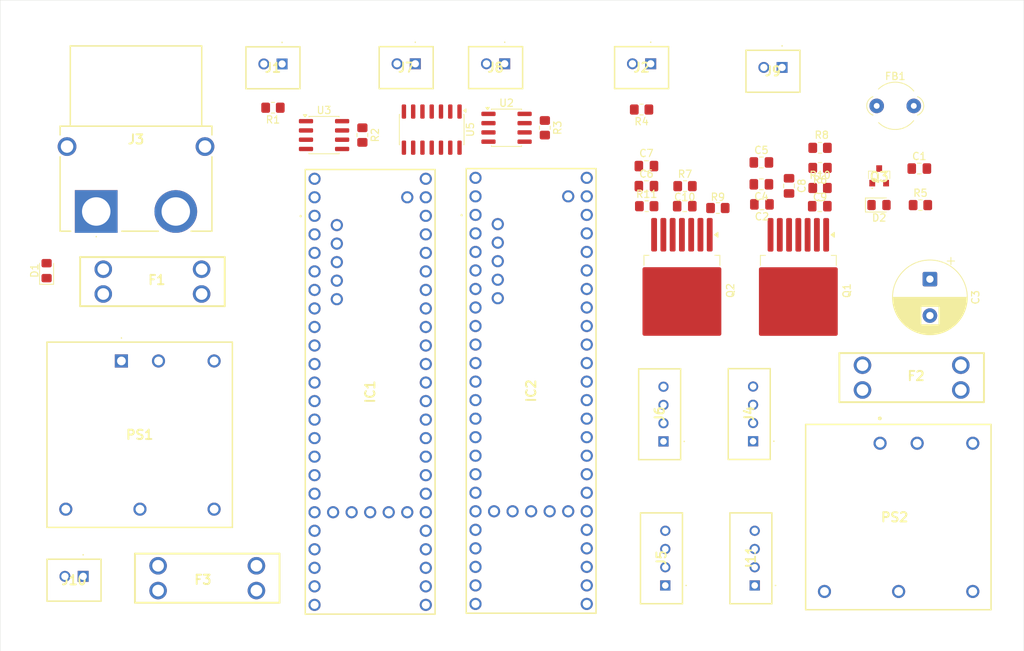
<source format=kicad_pcb>
(kicad_pcb (version 20241229) (generator "pcbnew") (generator_version "9.0")
  (layers (0 "F.Cu" mixed) (2 "B.Cu" mixed) (13 "F.Paste" user) (15 "B.Paste" user) (5 "F.SilkS" user "F.Silkscreen") (7 "B.SilkS" user "B.Silkscreen") (1 "F.Mask" user) (3 "B.Mask" user) (25 "Edge.Cuts" user))
  (net 0 "")
  (net 1 "GND")
  (net 2 "+12V")
  (net 3 "Net-(C2-Pad1)")
  (net 4 "/BTN8982 Motor Driver/M+")
  (net 5 "/BTN8982 Motor Driver/M-")
  (net 6 "Net-(Q1-SR)")
  (net 7 "Net-(Q2-SR)")
  (net 8 "/48V")
  (net 9 "Net-(D2-A)")
  (net 10 "Net-(D2-K)")
  (net 11 "Net-(J3-+)")
  (net 12 "Net-(PS2-+VOUT)")
  (net 13 "/5V")
  (net 14 "/12V")
  (net 15 "Net-(PS1-+VOUT)")
  (net 17 "/PUL+")
  (net 18 "/3.3V_1")
  (net 22 "/CRX1_1")
  (net 26 "/DIR+")
  (net 29 "/Enc3.3")
  (net 49 "/LSwitch")
  (net 61 "/CTX1_1")
  (net 68 "/RSwitch")
  (net 83 "/{slash}BRAKE_DIR")
  (net 93 "/BRAKE_DIR")
  (net 100 "/CRX1_2")
  (net 105 "/BrakeEnc")
  (net 106 "/BRAKE_PWM")
  (net 107 "/CTX1_2")
  (net 118 "/3.3V_2")
  (net 130 "/CANL")
  (net 131 "/CANH")
  (net 134 "/Enc5")
  (net 140 "Net-(Q1-IN)")
  (net 141 "Net-(Q1-INH)")
  (net 144 "Net-(Q2-INH)")
  (net 145 "Net-(Q2-IN)")
  (net 146 "Net-(U3-Rs)")
  (net 147 "Net-(U2-Rs)")
  (net 149 "/3.3V")
  (footprint "Capacitor_THT:CP_Radial_D10.0mm_P5.00mm" (layer "F.Cu") (at 213.75 77 -90)
    (property "Reference" "C3" (at 2.5 -6.25 90) (layer "F.SilkS"))
    (property "Value" "470u")
    (pad "1" thru_hole roundrect (at 0 0 270) (size 2 2) (drill 1) (layers "*.Cu" "*.Mask") (roundrect_rratio 0.125) (net 3 "Net-(C2-Pad1)"))
    (pad "2" thru_hole circle (at 5 0 270) (size 2 2) (drill 1) (layers "*.Cu" "*.Mask") (net 1 "GND"))
  )
  (footprint "Capacitor_SMD:C_0805_2012Metric_Pad1.18x1.45mm_HandSolder" (layer "F.Cu") (at 190.7375 66.75 180)
    (property "Reference" "C2" (at 0 -1.68 0) (layer "F.SilkS"))
    (property "Value" "100n")
    (pad "1" smd roundrect (at -1.0375 0 180) (size 1.175 1.45) (layers "F.Cu" "F.Mask" "F.Paste") (roundrect_rratio 0.212766) (net 3 "Net-(C2-Pad1)"))
    (pad "2" smd roundrect (at 1.0375 0 180) (size 1.175 1.45) (layers "F.Cu" "F.Mask" "F.Paste") (roundrect_rratio 0.212766) (net 1 "GND"))
  )
  (footprint "SamacSys_Parts:B2BXHA" (layer "F.Cu") (at 175.5 47.475 180)
    (property "Reference" "J2" (at 1.25 -0.525 0) (layer "F.SilkS") (effects (font (size 1.27 1.27) (thickness 0.254))))
    (property "Value" "B2B-XH-A" (hide yes))
    (pad "1" thru_hole rect (at 0 0 180) (size 1.5 1.5) (drill 1) (layers "*.Cu" "*.Mask") (net 131 "/CANH"))
    (pad "2" thru_hole circle (at 2.5 0 180) (size 1.5 1.5) (drill 1) (layers "*.Cu" "*.Mask") (net 130 "/CANL"))
  )
  (footprint "SamacSys_Parts:B2BXHA" (layer "F.Cu") (at 155.5 47.475 180)
    (property "Reference" "J8" (at 1.25 -0.525 0) (layer "F.SilkS") (effects (font (size 1.27 1.27) (thickness 0.254))))
    (property "Value" "B2B-XH-A" (hide yes))
    (pad "1" thru_hole rect (at 0 0 180) (size 1.5 1.5) (drill 1) (layers "*.Cu" "*.Mask") (net 68 "/RSwitch"))
    (pad "2" thru_hole circle (at 2.5 0 180) (size 1.5 1.5) (drill 1) (layers "*.Cu" "*.Mask") (net 1 "GND"))
  )
  (footprint "Capacitor_SMD:C_0805_2012Metric_Pad1.18x1.45mm_HandSolder" (layer "F.Cu") (at 190.6625 64 180)
    (property "Reference" "C4" (at 0 -1.68 0) (layer "F.SilkS"))
    (property "Value" "220n")
    (pad "1" smd roundrect (at -1.0375 0 180) (size 1.175 1.45) (layers "F.Cu" "F.Mask" "F.Paste") (roundrect_rratio 0.212766) (net 3 "Net-(C2-Pad1)"))
    (pad "2" smd roundrect (at 1.0375 0 180) (size 1.175 1.45) (layers "F.Cu" "F.Mask" "F.Paste") (roundrect_rratio 0.212766) (net 4 "/BTN8982 Motor Driver/M+"))
  )
  (footprint "Resistor_SMD:R_0805_2012Metric_Pad1.20x1.40mm_HandSolder" (layer "F.Cu") (at 184.7 67.25 180)
    (property "Reference" "R9" (at 0 1.5 0) (layer "F.SilkS"))
    (property "Value" "10k")
    (pad "1" smd roundrect (at -1 0 180) (size 1.2 1.4) (layers "F.Cu" "F.Mask" "F.Paste") (roundrect_rratio 0.208333) (net 145 "Net-(Q2-IN)"))
    (pad "2" smd roundrect (at 1 0 180) (size 1.2 1.4) (layers "F.Cu" "F.Mask" "F.Paste") (roundrect_rratio 0.208333) (net 83 "/{slash}BRAKE_DIR"))
  )
  (footprint "SamacSys_Parts:B2BXHA" (layer "F.Cu") (at 97.75 117.75 180)
    (property "Reference" "J10" (at 1.25 -0.525 0) (layer "F.SilkS") (effects (font (size 1.27 1.27) (thickness 0.254))))
    (property "Value" "B2B-XH-A" (hide yes))
    (pad "1" thru_hole rect (at 0 0 180) (size 1.5 1.5) (drill 1) (layers "*.Cu" "*.Mask") (net 1 "GND"))
    (pad "2" thru_hole circle (at 2.5 0 180) (size 1.5 1.5) (drill 1) (layers "*.Cu" "*.Mask") (net 1 "GND"))
  )
  (footprint "SamacSys_Parts:B4BXHA" (layer "F.Cu") (at 177.25 99.25 90)
    (property "Reference" "J6" (at 3.725 -0.525 90) (layer "F.SilkS") (effects (font (size 1.27 1.27) (thickness 0.254))))
    (property "Value" "B4B-XH-A" (hide yes))
    (pad "1" thru_hole rect (at 0 0 90) (size 1.4 1.4) (drill 0.9) (layers "*.Cu" "*.Mask") (net 13 "/5V"))
    (pad "2" thru_hole circle (at 2.5 0 90) (size 1.4 1.4) (drill 0.9) (layers "*.Cu" "*.Mask") (net 131 "/CANH"))
    (pad "3" thru_hole circle (at 5 0 90) (size 1.4 1.4) (drill 0.9) (layers "*.Cu" "*.Mask") (net 130 "/CANL"))
    (pad "4" thru_hole circle (at 7.5 0 90) (size 1.4 1.4) (drill 0.9) (layers "*.Cu" "*.Mask") (net 1 "GND"))
  )
  (footprint "Capacitor_SMD:C_0805_2012Metric_Pad1.18x1.45mm_HandSolder" (layer "F.Cu") (at 174.9125 61.5 180)
    (property "Reference" "C7" (at 0 1.75 0) (layer "F.SilkS"))
    (property "Value" "220n")
    (pad "1" smd roundrect (at -1.0375 0 180) (size 1.175 1.45) (layers "F.Cu" "F.Mask" "F.Paste") (roundrect_rratio 0.212766) (net 5 "/BTN8982 Motor Driver/M-"))
    (pad "2" smd roundrect (at 1.0375 0 180) (size 1.175 1.45) (layers "F.Cu" "F.Mask" "F.Paste") (roundrect_rratio 0.212766) (net 1 "GND"))
  )
  (footprint "SamacSys_Parts:B2BXHA" (layer "F.Cu") (at 143.25 47.475 180)
    (property "Reference" "J7" (at 1.25 -0.525 0) (layer "F.SilkS") (effects (font (size 1.27 1.27) (thickness 0.254))))
    (property "Value" "B2B-XH-A" (hide yes))
    (pad "1" thru_hole rect (at 0 0 180) (size 1.5 1.5) (drill 1) (layers "*.Cu" "*.Mask") (net 49 "/LSwitch"))
    (pad "2" thru_hole circle (at 2.5 0 180) (size 1.5 1.5) (drill 1) (layers "*.Cu" "*.Mask") (net 1 "GND"))
  )
  (footprint "Resistor_SMD:R_0805_2012Metric_Pad1.20x1.40mm_HandSolder" (layer "F.Cu") (at 212.45 66.85)
    (property "Reference" "R5" (at 0 -1.65 0) (layer "F.SilkS"))
    (property "Value" "10k")
    (pad "1" smd roundrect (at -1 0) (size 1.2 1.4) (layers "F.Cu" "F.Mask" "F.Paste") (roundrect_rratio 0.208333) (net 9 "Net-(D2-A)"))
    (pad "2" smd roundrect (at 1 0) (size 1.2 1.4) (layers "F.Cu" "F.Mask" "F.Paste") (roundrect_rratio 0.208333) (net 1 "GND"))
  )
  (footprint "SamacSys_Parts:B4BXHA" (layer "F.Cu") (at 189.525 99.225 90)
    (property "Reference" "J4" (at 3.725 -0.525 90) (layer "F.SilkS") (effects (font (size 1.27 1.27) (thickness 0.254))))
    (property "Value" "B4B-XH-A" (hide yes))
    (pad "1" thru_hole rect (at 0 0 90) (size 1.4 1.4) (drill 0.9) (layers "*.Cu" "*.Mask") (net 13 "/5V"))
    (pad "2" thru_hole circle (at 2.5 0 90) (size 1.4 1.4) (drill 0.9) (layers "*.Cu" "*.Mask") (net 134 "/Enc5"))
    (pad "3" thru_hole circle (at 5 0 90) (size 1.4 1.4) (drill 0.9) (layers "*.Cu" "*.Mask"))
    (pad "4" thru_hole circle (at 7.5 0 90) (size 1.4 1.4) (drill 0.9) (layers "*.Cu" "*.Mask") (net 1 "GND"))
  )
  (footprint "SamacSys_Parts:THL304812WI" (layer "F.Cu") (at 102.99 88.22 180)
    (property "Reference" "PS1" (at -2.5 -10.12 0) (layer "F.SilkS") (effects (font (size 1.27 1.27) (thickness 0.254))))
    (property "Value" "THL_30-4812WI" (hide yes))
    (pad "1" thru_hole rect (at 0 0 180) (size 1.8 1.8) (drill 1.2) (layers "*.Cu" "*.Mask") (net 8 "/48V"))
    (pad "2" thru_hole circle (at -5.08 0 180) (size 1.8 1.8) (drill 1.2) (layers "*.Cu" "*.Mask") (net 1 "GND"))
    (pad "3" thru_hole circle (at 7.62 -20.32 180) (size 1.8 1.8) (drill 1.2) (layers "*.Cu" "*.Mask") (net 15 "Net-(PS1-+VOUT)"))
    (pad "4" thru_hole circle (at -2.54 -20.32 180) (size 1.8 1.8) (drill 1.2) (layers "*.Cu" "*.Mask"))
    (pad "5" thru_hole circle (at -12.7 -20.32 180) (size 1.8 1.8) (drill 1.2) (layers "*.Cu" "*.Mask") (net 1 "GND"))
    (pad "6" thru_hole circle (at -12.7 0 180) (size 1.8 1.8) (drill 1.2) (layers "*.Cu" "*.Mask"))
  )
  (footprint "SamacSys_Parts:3557-2" (layer "F.Cu") (at 107.24 77.34 180)
    (property "Reference" "F1" (at -0.597 0.218 0) (layer "F.SilkS") (effects (font (size 1.27 1.27) (thickness 0.254))))
    (property "Value" "Fuse" (hide yes))
    (pad "1" thru_hole circle (at -6.735 -1.7 180) (size 2.4 2.4) (drill 1.6) (layers "*.Cu" "*.Mask") (net 11 "Net-(J3-+)"))
    (pad "2" thru_hole circle (at 6.735 -1.7 180) (size 2.4 2.4) (drill 1.6) (layers "*.Cu" "*.Mask") (net 8 "/48V"))
    (pad "3" thru_hole circle (at -6.735 1.7 180) (size 2.4 2.4) (drill 1.6) (layers "*.Cu" "*.Mask"))
    (pad "4" thru_hole circle (at 6.735 1.7 180) (size 2.4 2.4) (drill 1.6) (layers "*.Cu" "*.Mask"))
  )
  (footprint "SamacSys_Parts:3557-2" (layer "F.Cu") (at 114.75 118)
    (property "Reference" "F3" (at -0.597 0.218 0) (layer "F.SilkS") (effects (font (size 1.27 1.27) (thickness 0.254))))
    (property "Value" "Fuse" (hide yes))
    (pad "1" thru_hole circle (at -6.735 -1.7) (size 2.4 2.4) (drill 1.6) (layers "*.Cu" "*.Mask") (net 15 "Net-(PS1-+VOUT)"))
    (pad "2" thru_hole circle (at 6.735 -1.7) (size 2.4 2.4) (drill 1.6) (layers "*.Cu" "*.Mask") (net 14 "/12V"))
    (pad "3" thru_hole circle (at -6.735 1.7) (size 2.4 2.4) (drill 1.6) (layers "*.Cu" "*.Mask"))
    (pad "4" thru_hole circle (at 6.735 1.7) (size 2.4 2.4) (drill 1.6) (layers "*.Cu" "*.Mask"))
  )
  (footprint "Resistor_SMD:R_0805_2012Metric_Pad1.20x1.40mm_HandSolder" (layer "F.Cu") (at 123.75 53.5 180)
    (property "Reference" "R1" (at 0 -1.65 0) (layer "F.SilkS"))
    (property "Value" "120")
    (pad "1" smd roundrect (at -1 0 180) (size 1.2 1.4) (layers "F.Cu" "F.Mask" "F.Paste") (roundrect_rratio 0.208333) (net 131 "/CANH"))
    (pad "2" smd roundrect (at 1 0 180) (size 1.2 1.4) (layers "F.Cu" "F.Mask" "F.Paste") (roundrect_rratio 0.208333) (net 130 "/CANL"))
  )
  (footprint "SamacSys_Parts:XT90PWF" (layer "F.Cu") (at 99.5395 67.7275 180)
    (property "Reference" "J3" (at -5.45 9.887 0) (layer "F.SilkS") (effects (font (size 1.27 1.27) (thickness 0.254))))
    (property "Value" "XT90PW-F" (hide yes))
    (pad "1" thru_hole rect (at 0 0 180) (size 5.85 5.85) (drill 3.9) (layers "*.Cu" "*.Mask") (net 11 "Net-(J3-+)"))
    (pad "2" thru_hole circle (at -10.9 0 180) (size 5.85 5.85) (drill 3.9) (layers "*.Cu" "*.Mask") (net 1 "GND"))
    (pad "3" thru_hole circle (at 4 8.9 180) (size 2.565 2.565) (drill 1.71) (layers "*.Cu" "*.Mask"))
    (pad "4" thru_hole circle (at -14.9 8.9 180) (size 2.565 2.565) (drill 1.71) (layers "*.Cu" "*.Mask"))
  )
  (footprint "SamacSys_Parts:TEENSY41" (layer "F.Cu") (at 151.5 68.19 -90)
    (property "Reference" "IC2" (at 24.13 -7.62 90) (layer "F.SilkS") (effects (font (size 1.27 1.27) (thickness 0.254))))
    (property "Value" "TEENSY_4.1" (hide yes))
    (pad "1" thru_hole circle (at 0 0 270) (size 1.665 1.665) (drill 1.11) (layers "*.Cu" "*.Mask"))
    (pad "2" thru_hole circle (at 2.54 0 270) (size 1.665 1.665) (drill 1.11) (layers "*.Cu" "*.Mask"))
    (pad "3" thru_hole circle (at 5.08 0 270) (size 1.665 1.665) (drill 1.11) (layers "*.Cu" "*.Mask"))
    (pad "4" thru_hole circle (at 7.62 0 270) (size 1.665 1.665) (drill 1.11) (layers "*.Cu" "*.Mask"))
    (pad "5" thru_hole circle (at 10.16 0 270) (size 1.665 1.665) (drill 1.11) (layers "*.Cu" "*.Mask"))
    (pad "6" thru_hole circle (at 12.7 0 270) (size 1.665 1.665) (drill 1.11) (layers "*.Cu" "*.Mask"))
    (pad "7" thru_hole circle (at 15.24 0 270) (size 1.665 1.665) (drill 1.11) (layers "*.Cu" "*.Mask"))
    (pad "8" thru_hole circle (at 17.78 0 270) (size 1.665 1.665) (drill 1.11) (layers "*.Cu" "*.Mask"))
    (pad "9" thru_hole circle (at 20.32 0 270) (size 1.665 1.665) (drill 1.11) (layers "*.Cu" "*.Mask"))
    (pad "10" thru_hole circle (at 22.86 0 270) (size 1.665 1.665) (drill 1.11) (layers "*.Cu" "*.Mask"))
    (pad "11" thru_hole circle (at 25.4 0 270) (size 1.665 1.665) (drill 1.11) (layers "*.Cu" "*.Mask"))
    (pad "12" thru_hole circle (at 27.94 0 270) (size 1.665 1.665) (drill 1.11) (layers "*.Cu" "*.Mask"))
    (pad "13" thru_hole circle (at 27.94 -15.24 270) (size 1.665 1.665) (drill 1.11) (layers "*.Cu" "*.Mask"))
    (pad "14" thru_hole circle (at 25.4 -15.24 270) (size 1.665 1.665) (drill 1.11) (layers "*.Cu" "*.Mask") (net 105 "/BrakeEnc"))
    (pad "15" thru_hole circle (at 22.86 -15.24 270) (size 1.665 1.665) (drill 1.11) (layers "*.Cu" "*.Mask"))
    (pad "16" thru_hole circle (at 20.32 -15.24 270) (size 1.665 1.665) (drill 1.11) (layers "*.Cu" "*.Mask"))
    (pad "17" thru_hole circle (at 17.78 -15.24 270) (size 1.665 1.665) (drill 1.11) (layers "*.Cu" "*.Mask"))
    (pad "18" thru_hole circle (at 15.24 -15.24 270) (size 1.665 1.665) (drill 1.11) (layers "*.Cu" "*.Mask") (net 93 "/BRAKE_DIR"))
    (pad "19" thru_hole circle (at 12.7 -15.24 270) (size 1.665 1.665) (drill 1.11) (layers "*.Cu" "*.Mask") (net 106 "/BRAKE_PWM"))
    (pad "20" thru_hole circle (at 10.16 -15.24 270) (size 1.665 1.665) (drill 1.11) (layers "*.Cu" "*.Mask") (net 83 "/{slash}BRAKE_DIR"))
    (pad "21" thru_hole circle (at 7.62 -15.24 270) (size 1.665 1.665) (drill 1.11) (layers "*.Cu" "*.Mask"))
    (pad "22" thru_hole circle (at 5.08 -15.24 270) (size 1.665 1.665) (drill 1.11) (layers "*.Cu" "*.Mask") (net 107 "/CTX1_2"))
    (pad "23" thru_hole circle (at 2.54 -15.24 270) (size 1.665 1.665) (drill 1.11) (layers "*.Cu" "*.Mask") (net 100 "/CRX1_2"))
    (pad "24" thru_hole circle (at 33.02 0 270) (size 1.665 1.665) (drill 1.11) (layers "*.Cu" "*.Mask"))
    (pad "25" thru_hole circle (at 35.56 0 270) (size 1.665 1.665) (drill 1.11) (layers "*.Cu" "*.Mask"))
    (pad "26" thru_hole circle (at 38.1 0 270) (size 1.665 1.665) (drill 1.11) (layers "*.Cu" "*.Mask"))
    (pad "27" thru_hole circle (at 40.64 0 270) (size 1.665 1.665) (drill 1.11) (layers "*.Cu" "*.Mask"))
    (pad "28" thru_hole circle (at 43.18 0 270) (size 1.665 1.665) (drill 1.11) (layers "*.Cu" "*.Mask"))
    (pad "29" thru_hole circle (at 45.72 0 270) (size 1.665 1.665) (drill 1.11) (layers "*.Cu" "*.Mask"))
    (pad "30" thru_hole circle (at 48.26 0 270) (size 1.665 1.665) (drill 1.11) (layers "*.Cu" "*.Mask"))
    (pad "31" thru_hole circle (at 50.8 0 270) (size 1.665 1.665) (drill 1.11) (layers "*.Cu" "*.Mask"))
    (pad "32" thru_hole circle (at 53.34 0 270) (size 1.665 1.665) (drill 1.11) (layers "*.Cu" "*.Mask"))
    (pad "33" thru_hole circle (at 53.34 -15.24 270) (size 1.665 1.665) (drill 1.11) (layers "*.Cu" "*.Mask"))
    (pad "34" thru_hole circle (at 50.8 -15.24 270) (size 1.665 1.665) (drill 1.11) (layers "*.Cu" "*.Mask"))
    (pad "35" thru_hole circle (at 48.26 -15.24 270) (size 1.665 1.665) (drill 1.11) (layers "*.Cu" "*.Mask"))
    (pad "36" thru_hole circle (at 45.72 -15.24 270) (size 1.665 1.665) (drill 1.11) (layers "*.Cu" "*.Mask"))
    (pad "37" thru_hole circle (at 43.18 -15.24 270) (size 1.665 1.665) (drill 1.11) (layers "*.Cu" "*.Mask"))
    (pad "38" thru_hole circle (at 40.64 -15.24 270) (size 1.665 1.665) (drill 1.11) (layers "*.Cu" "*.Mask"))
    (pad "39" thru_hole circle (at 38.1 -15.24 270) (size 1.665 1.665) (drill 1.11) (layers "*.Cu" "*.Mask"))
    (pad "40" thru_hole circle (at 35.56 -15.24 270) (size 1.665 1.665) (drill 1.11) (layers "*.Cu" "*.Mask"))
    (pad "41" thru_hole circle (at 33.02 -15.24 270) (size 1.665 1.665) (drill 1.11) (layers "*.Cu" "*.Mask"))
    (pad "42" thru_hole circle (at 30.48 0 270) (size 1.665 1.665) (drill 1.11) (layers "*.Cu" "*.Mask") (net 118 "/3.3V_2"))
    (pad "43" thru_hole circle (at 40.64 -2.54 270) (size 1.665 1.665) (drill 1.11) (layers "*.Cu" "*.Mask"))
    (pad "44" thru_hole circle (at 40.64 -5.08 270) (size 1.665 1.665) (drill 1.11) (layers "*.Cu" "*.Mask"))
    (pad "45" thru_hole circle (at 40.64 -7.62 270) (size 1.665 1.665) (drill 1.11) (layers "*.Cu" "*.Mask") (net 1 "GND"))
    (pad "46" thru_hole circle (at 40.64 -10.16 270) (size 1.665 1.665) (drill 1.11) (layers "*.Cu" "*.Mask"))
    (pad "47" thru_hole circle (at 40.64 -12.7 270) (size 1.665 1.665) (drill 1.11) (layers "*.Cu" "*.Mask"))
    (pad "48" thru_hole circle (at 11.43 -3.05 270) (size 1.665 1.665) (drill 1.11) (layers "*.Cu" "*.Mask"))
    (pad "49" thru_hole circle (at 8.89 -3.05 270) (size 1.665 1.665) (drill 1.11) (layers "*.Cu" "*.Mask"))
    (pad "50" thru_hole circle (at 6.35 -3.05 270) (size 1.665 1.665) (drill 1.11) (layers "*.Cu" "*.Mask"))
    (pad "51" thru_hole circle (at 3.81 -3.05 270) (size 1.665 1.665) (drill 1.11) (layers "*.Cu" "*.Mask"))
    (pad "52" thru_hole circle (at 1.27 -3.05 270) (size 1.665 1.665) (drill 1.11) (layers "*.Cu" "*.Mask") (net 13 "/5V"))
    (pad "53" thru_hole circle (at 0 -15.24 270) (size 1.665 1.665) (drill 1.11) (layers "*.Cu" "*.Mask"))
    (pad "55" thru_hole circle (at -5.08 -15.24 270) (size 1.665 1.665) (drill 1.11) (layers "*.Cu" "*.Mask"))
    (pad "57" thru_hole circle (at -2.54 0 270) (size 1.665 1.665) (drill 1.11) (layers "*.Cu" "*.Mask"))
    (pad "68" thru_hole circle (at -2.54 -12.7 270) (size 1.665 1.665) (drill 1.11) (layers "*.Cu" "*.Mask"))
    (pad "69" thru_hole circle (at 30.48 -15.24 270) (size 1.665 1.665) (drill 1.11) (layers "*.Cu" "*.Mask"))
    (pad "70" thru_hole circle (at -2.54 -15.24 270) (size 1.665 1.665) (drill 1.11) (layers "*.Cu" "*.Mask"))
    (pad "71" thru_hole circle (at -5.08 0 270) (size 1.665 1.665) (drill 1.11) (layers "*.Cu" "*.Mask"))
  )
  (footprint "Capacitor_SMD:C_0805_2012Metric_Pad1.18x1.45mm_HandSolder" (layer "F.Cu") (at 174.9125 64.25)
    (property "Reference" "C6" (at 0 -1.68 0) (layer "F.SilkS"))
    (property "Value" "220n")
    (pad "1" smd roundrect (at -1.0375 0) (size 1.175 1.45) (layers "F.Cu" "F.Mask" "F.Paste") (roundrect_rratio 0.212766) (net 3 "Net-(C2-Pad1)"))
    (pad "2" smd roundrect (at 1.0375 0) (size 1.175 1.45) (layers "F.Cu" "F.Mask" "F.Paste") (roundrect_rratio 0.212766) (net 5 "/BTN8982 Motor Driver/M-"))
  )
  (footprint "Diode_SMD:D_0805_2012Metric_Pad1.15x1.40mm_HandSolder" (layer "F.Cu") (at 92.74 75.84 90)
    (property "Reference" "D1" (at 0 -1.65 90) (layer "F.SilkS"))
    (property "Value" "D_TVS")
    (pad "1" smd roundrect (at -1.025 0 90) (size 1.15 1.4) (layers "F.Cu" "F.Mask" "F.Paste") (roundrect_rratio 0.217391) (net 8 "/48V"))
    (pad "2" smd roundrect (at 1.025 0 90) (size 1.15 1.4) (layers "F.Cu" "F.Mask" "F.Paste") (roundrect_rratio 0.217391) (net 1 "GND"))
  )
  (footprint "SamacSys_Parts:B2BXHA" (layer "F.Cu") (at 125 47.5 180)
    (property "Reference" "J1" (at 1.25 -0.525 0) (layer "F.SilkS") (effects (font (size 1.27 1.27) (thickness 0.254))))
    (property "Value" "B2B-XH-A" (hide yes))
    (pad "1" thru_hole rect (at 0 0 180) (size 1.5 1.5) (drill 1) (layers "*.Cu" "*.Mask") (net 131 "/CANH"))
    (pad "2" thru_hole circle (at 2.5 0 180) (size 1.5 1.5) (drill 1) (layers "*.Cu" "*.Mask") (net 130 "/CANL"))
  )
  (footprint "Resistor_SMD:R_0805_2012Metric_Pad1.20x1.40mm_HandSolder" (layer "F.Cu") (at 174.95 67)
    (property "Reference" "R11" (at 0 -1.65 0) (layer "F.SilkS"))
    (property "Value" "510")
    (pad "1" smd roundrect (at -1 0) (size 1.2 1.4) (layers "F.Cu" "F.Mask" "F.Paste") (roundrect_rratio 0.208333) (net 1 "GND"))
    (pad "2" smd roundrect (at 1 0) (size 1.2 1.4) (layers "F.Cu" "F.Mask" "F.Paste") (roundrect_rratio 0.208333) (net 7 "Net-(Q2-SR)"))
  )
  (footprint "Capacitor_SMD:C_0805_2012Metric_Pad1.18x1.45mm_HandSolder" (layer "F.Cu") (at 180.1625 67)
    (property "Reference" "C10" (at 0 -1.25 0) (layer "F.SilkS"))
    (property "Value" "100n")
    (pad "1" smd roundrect (at -1.0375 0) (size 1.175 1.45) (layers "F.Cu" "F.Mask" "F.Paste") (roundrect_rratio 0.212766) (net 7 "Net-(Q2-SR)"))
    (pad "2" smd roundrect (at 1.0375 0) (size 1.175 1.45) (layers "F.Cu" "F.Mask" "F.Paste") (roundrect_rratio 0.212766) (net 1 "GND"))
  )
  (footprint "SamacSys_Parts:B2BXHA" (layer "F.Cu") (at 193.5 47.975 180)
    (property "Reference" "J9" (at 1.25 -0.525 0) (layer "F.SilkS") (effects (font (size 1.27 1.27) (thickness 0.254))))
    (property "Value" "B2B-XH-A" (hide yes))
    (pad "1" thru_hole rect (at 0 0 180) (size 1.5 1.5) (drill 1) (layers "*.Cu" "*.Mask") (net 4 "/BTN8982 Motor Driver/M+"))
    (pad "2" thru_hole circle (at 2.5 0 180) (size 1.5 1.5) (drill 1) (layers "*.Cu" "*.Mask") (net 5 "/BTN8982 Motor Driver/M-"))
  )
  (footprint "Resistor_SMD:R_0805_2012Metric_Pad1.20x1.40mm_HandSolder" (layer "F.Cu") (at 198.7 64.5 180)
    (property "Reference" "R10" (at 0 1.75 0) (layer "F.SilkS"))
    (property "Value" "510")
    (pad "1" smd roundrect (at -1 0 180) (size 1.2 1.4) (layers "F.Cu" "F.Mask" "F.Paste") (roundrect_rratio 0.208333) (net 1 "GND"))
    (pad "2" smd roundrect (at 1 0 180) (size 1.2 1.4) (layers "F.Cu" "F.Mask" "F.Paste") (roundrect_rratio 0.208333) (net 6 "Net-(Q1-SR)"))
  )
  (footprint "Resistor_SMD:R_0805_2012Metric_Pad1.20x1.40mm_HandSolder" (layer "F.Cu") (at 161 56.25 90)
    (property "Reference" "R3" (at 0 1.75 90) (layer "F.SilkS"))
    (property "Value" "10K")
    (pad "1" smd roundrect (at -1 0 90) (size 1.2 1.4) (layers "F.Cu" "F.Mask" "F.Paste") (roundrect_rratio 0.208333) (net 1 "GND"))
    (pad "2" smd roundrect (at 1 0 90) (size 1.2 1.4) (layers "F.Cu" "F.Mask" "F.Paste") (roundrect_rratio 0.208333) (net 147 "Net-(U2-Rs)"))
  )
  (footprint "Package_SO:SOIC-8_3.9x4.9mm_P1.27mm" (layer "F.Cu") (at 155.75 56.25)
    (property "Reference" "U2" (at 0 -3.4 0) (layer "F.SilkS"))
    (property "Value" "SN65HVD230")
    (pad "1" smd roundrect (at -2.475 -1.905) (size 1.95 0.6) (layers "F.Cu" "F.Mask" "F.Paste") (net 107 "/CTX1_2"))
    (pad "2" smd roundrect (at -2.475 -0.635) (size 1.95 0.6) (layers "F.Cu" "F.Mask" "F.Paste") (net 1 "GND"))
    (pad "3" smd roundrect (at -2.475 0.635) (size 1.95 0.6) (layers "F.Cu" "F.Mask" "F.Paste") (net 149 "/3.3V"))
    (pad "4" smd roundrect (at -2.475 1.905) (size 1.95 0.6) (layers "F.Cu" "F.Mask" "F.Paste") (net 100 "/CRX1_2"))
    (pad "5" smd roundrect (at 2.475 1.905) (size 1.95 0.6) (layers "F.Cu" "F.Mask" "F.Paste"))
    (pad "6" smd roundrect (at 2.475 0.635) (size 1.95 0.6) (layers "F.Cu" "F.Mask" "F.Paste") (net 130 "/CANL"))
    (pad "7" smd roundrect (at 2.475 -0.635) (size 1.95 0.6) (layers "F.Cu" "F.Mask" "F.Paste") (net 131 "/CANH"))
    (pad "8" smd roundrect (at 2.475 -1.905) (size 1.95 0.6) (layers "F.Cu" "F.Mask" "F.Paste") (net 147 "Net-(U2-Rs)"))
  )
  (footprint "SamacSys_Parts:B4BXHA" (layer "F.Cu") (at 189.75 119 90)
    (property "Reference" "J11" (at 3.725 -0.525 90) (layer "F.SilkS") (effects (font (size 1.27 1.27) (thickness 0.254))))
    (property "Value" "B4B-XH-A" (hide yes))
    (pad "1" thru_hole rect (at 0 0 90) (size 1.4 1.4) (drill 0.9) (layers "*.Cu" "*.Mask") (net 118 "/3.3V_2"))
    (pad "2" thru_hole circle (at 2.5 0 90) (size 1.4 1.4) (drill 0.9) (layers "*.Cu" "*.Mask") (net 105 "/BrakeEnc"))
    (pad "3" thru_hole circle (at 5 0 90) (size 1.4 1.4) (drill 0.9) (layers "*.Cu" "*.Mask") (net 1 "GND"))
    (pad "4" thru_hole circle (at 7.5 0 90) (size 1.4 1.4) (drill 0.9) (layers "*.Cu" "*.Mask") (net 1 "GND"))
  )
  (footprint "SamacSys_Parts:3557-2" (layer "F.Cu") (at 211.25 90.5 180)
    (property "Reference" "F2" (at -0.597 0.218 0) (layer "F.SilkS") (effects (font (size 1.27 1.27) (thickness 0.254))))
    (property "Value" "Fuse" (hide yes))
    (pad "1" thru_hole circle (at -6.735 -1.7 180) (size 2.4 2.4) (drill 1.6) (layers "*.Cu" "*.Mask") (net 12 "Net-(PS2-+VOUT)"))
    (pad "2" thru_hole circle (at 6.735 -1.7 180) (size 2.4 2.4) (drill 1.6) (layers "*.Cu" "*.Mask") (net 13 "/5V"))
    (pad "3" thru_hole circle (at -6.735 1.7 180) (size 2.4 2.4) (drill 1.6) (layers "*.Cu" "*.Mask"))
    (pad "4" thru_hole circle (at 6.735 1.7 180) (size 2.4 2.4) (drill 1.6) (layers "*.Cu" "*.Mask"))
  )
  (footprint "Ferrite_THT:LairdTech_28C0236-0JW-10" (layer "F.Cu") (at 206.46 53.25)
    (property "Reference" "FB1" (at 2.54 -4.064 0) (layer "F.SilkS"))
    (property "Value" "FerriteBead")
    (pad "1" thru_hole circle (at 0 0) (size 2 2) (drill 0.8) (layers "*.Cu" "*.Mask") (net 3 "Net-(C2-Pad1)"))
    (pad "2" thru_hole circle (at 5.08 0) (size 2 2) (drill 0.8) (layers "*.Cu" "*.Mask") (net 10 "Net-(D2-K)"))
  )
  (footprint "Resistor_SMD:R_0805_2012Metric_Pad1.20x1.40mm_HandSolder" (layer "F.Cu") (at 180.2 64.25)
    (property "Reference" "R7" (at 0 -1.65 0) (layer "F.SilkS"))
    (property "Value" "10k")
    (pad "1" smd roundrect (at -1 0) (size 1.2 1.4) (layers "F.Cu" "F.Mask" "F.Paste") (roundrect_rratio 0.208333) (net 144 "Net-(Q2-INH)"))
    (pad "2" smd roundrect (at 1 0) (size 1.2 1.4) (layers "F.Cu" "F.Mask" "F.Paste") (roundrect_rratio 0.208333) (net 106 "/BRAKE_PWM"))
  )
  (footprint "SamacSys_Parts:TEENSY41" (layer "F.Cu") (at 129.45 68.32 -90)
    (property "Reference" "IC1" (at 24.13 -7.62 90) (layer "F.SilkS") (effects (font (size 1.27 1.27) (thickness 0.254))))
    (property "Value" "TEENSY_4.1" (hide yes))
    (pad "1" thru_hole circle (at 0 0 270) (size 1.665 1.665) (drill 1.11) (layers "*.Cu" "*.Mask"))
    (pad "2" thru_hole circle (at 2.54 0 270) (size 1.665 1.665) (drill 1.11) (layers "*.Cu" "*.Mask"))
    (pad "3" thru_hole circle (at 5.08 0 270) (size 1.665 1.665) (drill 1.11) (layers "*.Cu" "*.Mask"))
    (pad "4" thru_hole circle (at 7.62 0 270) (size 1.665 1.665) (drill 1.11) (layers "*.Cu" "*.Mask"))
    (pad "5" thru_hole circle (at 10.16 0 270) (size 1.665 1.665) (drill 1.11) (layers "*.Cu" "*.Mask"))
    (pad "6" thru_hole circle (at 12.7 0 270) (size 1.665 1.665) (drill 1.11) (layers "*.Cu" "*.Mask"))
    (pad "7" thru_hole circle (at 15.24 0 270) (size 1.665 1.665) (drill 1.11) (layers "*.Cu" "*.Mask"))
    (pad "8" thru_hole circle (at 17.78 0 270) (size 1.665 1.665) (drill 1.11) (layers "*.Cu" "*.Mask"))
    (pad "9" thru_hole circle (at 20.32 0 270) (size 1.665 1.665) (drill 1.11) (layers "*.Cu" "*.Mask"))
    (pad "10" thru_hole circle (at 22.86 0 270) (size 1.665 1.665) (drill 1.11) (layers "*.Cu" "*.Mask"))
    (pad "11" thru_hole circle (at 25.4 0 270) (size 1.665 1.665) (drill 1.11) (layers "*.Cu" "*.Mask"))
    (pad "12" thru_hole circle (at 27.94 0 270) (size 1.665 1.665) (drill 1.11) (layers "*.Cu" "*.Mask"))
    (pad "13" thru_hole circle (at 27.94 -15.24 270) (size 1.665 1.665) (drill 1.11) (layers "*.Cu" "*.Mask"))
    (pad "14" thru_hole circle (at 25.4 -15.24 270) (size 1.665 1.665) (drill 1.11) (layers "*.Cu" "*.Mask") (net 29 "/Enc3.3"))
    (pad "15" thru_hole circle (at 22.86 -15.24 270) (size 1.665 1.665) (drill 1.11) (layers "*.Cu" "*.Mask") (net 17 "/PUL+"))
    (pad "16" thru_hole circle (at 20.32 -15.24 270) (size 1.665 1.665) (drill 1.11) (layers "*.Cu" "*.Mask") (net 26 "/DIR+"))
    (pad "17" thru_hole circle (at 17.78 -15.24 270) (size 1.665 1.665) (drill 1.11) (layers "*.Cu" "*.Mask") (net 49 "/LSwitch"))
    (pad "18" thru_hole circle (at 15.24 -15.24 270) (size 1.665 1.665) (drill 1.11) (layers "*.Cu" "*.Mask") (net 68 "/RSwitch"))
    (pad "19" thru_hole circle (at 12.7 -15.24 270) (size 1.665 1.665) (drill 1.11) (layers "*.Cu" "*.Mask"))
    (pad "20" thru_hole circle (at 10.16 -15.24 270) (size 1.665 1.665) (drill 1.11) (layers "*.Cu" "*.Mask"))
    (pad "21" thru_hole circle (at 7.62 -15.24 270) (size 1.665 1.665) (drill 1.11) (layers "*.Cu" "*.Mask"))
    (pad "22" thru_hole circle (at 5.08 -15.24 270) (size 1.665 1.665) (drill 1.11) (layers "*.Cu" "*.Mask") (net 61 "/CTX1_1"))
    (pad "23" thru_hole circle (at 2.54 -15.24 270) (size 1.665 1.665) (drill 1.11) (layers "*.Cu" "*.Mask") (net 22 "/CRX1_1"))
    (pad "24" thru_hole circle (at 33.02 0 270) (size 1.665 1.665) (drill 1.11) (layers "*.Cu" "*.Mask"))
    (pad "25" thru_hole circle (at 35.56 0 270) (size 1.665 1.665) (drill 1.11) (layers "*.Cu" "*.Mask"))
    (pad "26" thru_hole circle (at 38.1 0 270) (size 1.665 1.665) (drill 1.11) (layers "*.Cu" "*.Mask"))
    (pad "27" thru_hole circle (at 40.64 0 270) (size 1.665 1.665) (drill 1.11) (layers "*.Cu" "*.Mask"))
    (pad "28" thru_hole circle (at 43.18 0 270) (size 1.665 1.665) (drill 1.11) (layers "*.Cu" "*.Mask"))
    (pad "29" thru_hole circle (at 45.72 0 270) (size 1.665 1.665) (drill 1.11) (layers "*.Cu" "*.Mask"))
    (pad "30" thru_hole circle (at 48.26 0 270) (size 1.665 1.665) (drill 1.11) (layers "*.Cu" "*.Mask"))
    (pad "31" thru_hole circle (at 50.8 0 270) (size 1.665 1.665) (drill 1.11) (layers "*.Cu" "*.Mask"))
    (pad "32" thru_hole circle (at 53.34 0 270) (size 1.665 1.665) (drill 1.11) (layers "*.Cu" "*.Mask"))
    (pad "33" thru_hole circle (at 53.34 -15.24 270) (size 1.665 1.665) (drill 1.11) (layers "*.Cu" "*.Mask"))
    (pad "34" thru_hole circle (at 50.8 -15.24 270) (size 1.665 1.665) (drill 1.11) (layers "*.Cu" "*.Mask"))
    (pad "35" thru_hole circle (at 48.26 -15.24 270) (size 1.665 1.665) (drill 1.11) (layers "*.Cu" "*.Mask"))
    (pad "36" thru_hole circle (at 45.72 -15.24 270) (size 1.665 1.665) (drill 1.11) (layers "*.Cu" "*.Mask"))
    (pad "37" thru_hole circle (at 43.18 -15.24 270) (size 1.665 1.665) (drill 1.11) (layers "*.Cu" "*.Mask"))
    (pad "38" thru_hole circle (at 40.64 -15.24 270) (size 1.665 1.665) (drill 1.11) (layers "*.Cu" "*.Mask"))
    (pad "39" thru_hole circle (at 38.1 -15.24 270) (size 1.665 1.665) (drill 1.11) (layers "*.Cu" "*.Mask"))
    (pad "40" thru_hole circle (at 35.56 -15.24 270) (size 1.665 1.665) (drill 1.11) (layers "*.Cu" "*.Mask"))
    (pad "41" thru_hole circle (at 33.02 -15.24 270) (size 1.665 1.665) (drill 1.11) (layers "*.Cu" "*.Mask"))
    (pad "42" thru_hole circle (at 30.48 0 270) (size 1.665 1.665) (drill 1.11) (layers "*.Cu" "*.Mask") (net 18 "/3.3V_1"))
    (pad "43" thru_hole circle (at 40.64 -2.54 270) (size 1.665 1.665) (drill 1.11) (layers "*.Cu" "*.Mask"))
    (pad "44" thru_hole circle (at 40.64 -5.08 270) (size 1.665 1.665) (drill 1.11) (layers "*.Cu" "*.Mask"))
    (pad "45" thru_hole circle (at 40.64 -7.62 270) (size 1.665 1.665) (drill 1.11) (layers "*.Cu" "*.Mask") (net 1 "GND"))
    (pad "46" thru_hole circle (at 40.64 -10.16 270) (size 1.665 1.665) (drill 1.11) (layers "*.Cu" "*.Mask"))
    (pad "47" thru_hole circle (at 40.64 -12.7 270) (size 1.665 1.665) (drill 1.11) (layers "*.Cu" "*.Mask"))
    (pad "48" thru_hole circle (at 11.43 -3.05 270) (size 1.665 1.665) (drill 1.11) (layers "*.Cu" "*.Mask"))
    (pad "49" thru_hole circle (at 8.89 -3.05 270) (size 1.665 1.665) (drill 1.11) (layers "*.Cu" "*.Mask"))
    (pad "50" thru_hole circle (at 6.35 -3.05 270) (size 1.665 1.665) (drill 1.11) (layers "*.Cu" "*.Mask"))
    (pad "51" thru_hole circle (at 3.81 -3.05 270) (size 1.665 1.665) (drill 1.11) (layers "*.Cu" "*.Mask"))
    (pad "52" thru_hole circle (at 1.27 -3.05 270) (size 1.665 1.665) (drill 1.11) (layers "*.Cu" "*.Mask") (net 13 "/5V"))
    (pad "53" thru_hole circle (at 0 -15.24 270) (size 1.665 1.665) (drill 1.11) (layers "*.Cu" "*.Mask"))
    (pad "55" thru_hole circle (at -5.08 -15.24 270) (size 1.665 1.665) (drill 1.11) (layers "*.Cu" "*.Mask"))
    (pad "57" thru_hole circle (at -2.54 0 270) (size 1.665 1.665) (drill 1.11) (layers "*.Cu" "*.Mask"))
    (pad "68" thru_hole circle (at -2.54 -12.7 270) (size 1.665 1.665) (drill 1.11) (layers "*.Cu" "*.Mask"))
    (pad "69" thru_hole circle (at 30.48 -15.24 270) (size 1.665 1.665) (drill 1.11) (layers "*.Cu" "*.Mask"))
    (pad "70" thru_hole circle (at -2.54 -15.24 270) (size 1.665 1.665) (drill 1.11) (layers "*.Cu" "*.Mask"))
    (pad "71" thru_hole circle (at -5.08 0 270) (size 1.665 1.665) (drill 1.11) (layers "*.Cu" "*.Mask"))
  )
  (footprint "Capacitor_SMD:C_0805_2012Metric_Pad1.18x1.45mm_HandSolder" (layer "F.Cu") (at 212.3 61.84)
    (property "Reference" "C1" (at 0 -1.68 0) (layer "F.SilkS"))
    (property "Value" "100n")
    (pad "1" smd roundrect (at -1.0375 0) (size 1.175 1.45) (layers "F.Cu" "F.Mask" "F.Paste") (roundrect_rratio 0.212766) (net 2 "+12V"))
    (pad "2" smd roundrect (at 1.0375 0) (size 1.175 1.45) (layers "F.Cu" "F.Mask" "F.Paste") (roundrect_rratio 0.212766) (net 1 "GND"))
  )
  (footprint "Resistor_SMD:R_0805_2012Metric_Pad1.20x1.40mm_HandSolder" (layer "F.Cu") (at 198.7 59 180)
    (property "Reference" "R8" (at -0.227064 1.75 0) (layer "F.SilkS"))
    (property "Value" "10k")
    (pad "1" smd roundrect (at -1 0 180) (size 1.2 1.4) (layers "F.Cu" "F.Mask" "F.Paste") (roundrect_rratio 0.208333) (net 93 "/BRAKE_DIR"))
    (pad "2" smd roundrect (at 1 0 180) (size 1.2 1.4) (layers "F.Cu" "F.Mask" "F.Paste") (roundrect_rratio 0.208333) (net 140 "Net-(Q1-IN)"))
  )
  (footprint "SamacSys_Parts:THN_20WI_SERIES" (layer "F.Cu") (at 222.125 122.321)
    (property "Reference" "PS2" (at -13.209 -12.674 0) (layer "F.SilkS") (effects (font (size 1.27 1.27) (thickness 0.254))))
    (property "Value" "THN_20-2411WI" (hide yes))
    (pad "1" thru_hole circle (at -15.2 -22.82) (size 1.8 1.8) (drill 1.2) (layers "*.Cu" "*.Mask") (net 14 "/12V"))
    (pad "2" thru_hole circle (at -10.12 -22.82) (size 1.8 1.8) (drill 1.2) (layers "*.Cu" "*.Mask") (net 1 "GND"))
    (pad "3" thru_hole circle (at -22.82 -2.5) (size 1.8 1.8) (drill 1.2) (layers "*.Cu" "*.Mask") (net 12 "Net-(PS2-+VOUT)"))
    (pad "4" thru_hole circle (at -12.66 -2.5) (size 1.8 1.8) (drill 1.2) (layers "*.Cu" "*.Mask"))
    (pad "5" thru_hole circle (at -2.5 -2.5) (size 1.8 1.8) (drill 1.2) (layers "*.Cu" "*.Mask") (net 1 "GND"))
    (pad "6" thru_hole circle (at -2.5 -22.82) (size 1.8 1.8) (drill 1.2) (layers "*.Cu" "*.Mask"))
  )
  (footprint "Package_TO_SOT_SMD:TO-263-7_TabPin8" (layer "F.Cu") (at 195.725 78.575 -90)
    (property "Reference" "Q1" (at 0 -6.65 90) (layer "F.SilkS"))
    (property "Value" "BTN8982TA")
    (pad "1" smd roundrect (at -7.65 -3.81 270) (size 4.6 0.8) (layers "F.Cu" "F.Mask" "F.Paste") (net 1 "GND"))
    (pad "2" smd roundrect (at -7.65 -2.54 270) (size 4.6 0.8) (layers "F.Cu" "F.Mask" "F.Paste") (net 140 "Net-(Q1-IN)"))
    (pad "3" smd roundrect (at -7.65 -1.27 270) (size 4.6 0.8) (layers "F.Cu" "F.Mask" "F.Paste") (net 141 "Net-(Q1-INH)"))
    (pad "4" smd roundrect (at -7.65 0 270) (size 4.6 0.8) (layers "F.Cu" "F.Mask" "F.Paste") (net 4 "/BTN8982 Motor Driver/M+"))
    (pad "5" smd roundrect (at -7.65 1.27 270) (size 4.6 0.8) (layers "F.Cu" "F.Mask" "F.Paste") (net 6 "Net-(Q1-SR)"))
    (pad "6" smd roundrect (at -7.65 2.54 270) (size 4.6 0.8) (layers "F.Cu" "F.Mask" "F.Paste"))
    (pad "7" smd roundrect (at -7.65 3.81 270) (size 4.6 0.8) (layers "F.Cu" "F.Mask" "F.Paste") (net 3 "Net-(C2-Pad1)"))
    (pad "8" smd roundrect (at 1.5 0 270) (size 9.4 10.8) (layers "F.Cu" "F.Mask") (roundrect_rratio 0.026596) (net 4 "/BTN8982 Motor Driver/M+"))
  )
  (footprint "Resistor_SMD:R_0805_2012Metric_Pad1.20x1.40mm_HandSolder" (layer "F.Cu") (at 136 57.25 90)
    (property "Reference" "R2" (at 0 1.75 90) (layer "F.SilkS"))
    (property "Value" "10K")
    (pad "1" smd roundrect (at -1 0 90) (size 1.2 1.4) (layers "F.Cu" "F.Mask" "F.Paste") (roundrect_rratio 0.208333) (net 1 "GND"))
    (pad "2" smd roundrect (at 1 0 90) (size 1.2 1.4) (layers "F.Cu" "F.Mask" "F.Paste") (roundrect_rratio 0.208333) (net 146 "Net-(U3-Rs)"))
  )
  (footprint "Resistor_SMD:R_0805_2012Metric_Pad1.20x1.40mm_HandSolder" (layer "F.Cu") (at 198.7 61.75 180)
    (property "Reference" "R6" (at 0 -1.65 0) (layer "F.SilkS"))
    (property "Value" "10k")
    (pad "1" smd roundrect (at -1 0 180) (size 1.2 1.4) (layers "F.Cu" "F.Mask" "F.Paste") (roundrect_rratio 0.208333) (net 106 "/BRAKE_PWM"))
    (pad "2" smd roundrect (at 1 0 180) (size 1.2 1.4) (layers "F.Cu" "F.Mask" "F.Paste") (roundrect_rratio 0.208333) (net 141 "Net-(Q1-INH)"))
  )
  (footprint "Package_SO:SOIC-8_3.9x4.9mm_P1.27mm" (layer "F.Cu") (at 130.75 57.25)
    (property "Reference" "U3" (at 0 -3.4 0) (layer "F.SilkS"))
    (property "Value" "SN65HVD230")
    (pad "1" smd roundrect (at -2.475 -1.905) (size 1.95 0.6) (layers "F.Cu" "F.Mask" "F.Paste") (net 61 "/CTX1_1"))
    (pad "2" smd roundrect (at -2.475 -0.635) (size 1.95 0.6) (layers "F.Cu" "F.Mask" "F.Paste") (net 1 "GND"))
    (pad "3" smd roundrect (at -2.475 0.635) (size 1.95 0.6) (layers "F.Cu" "F.Mask" "F.Paste") (net 149 "/3.3V"))
    (pad "4" smd roundrect (at -2.475 1.905) (size 1.95 0.6) (layers "F.Cu" "F.Mask" "F.Paste") (net 22 "/CRX1_1"))
    (pad "5" smd roundrect (at 2.475 1.905) (size 1.95 0.6) (layers "F.Cu" "F.Mask" "F.Paste"))
    (pad "6" smd roundrect (at 2.475 0.635) (size 1.95 0.6) (layers "F.Cu" "F.Mask" "F.Paste") (net 130 "/CANL"))
    (pad "7" smd roundrect (at 2.475 -0.635) (size 1.95 0.6) (layers "F.Cu" "F.Mask" "F.Paste") (net 131 "/CANH"))
    (pad "8" smd roundrect (at 2.475 -1.905) (size 1.95 0.6) (layers "F.Cu" "F.Mask" "F.Paste") (net 146 "Net-(U3-Rs)"))
  )
  (footprint "Capacitor_SMD:C_0805_2012Metric_Pad1.18x1.45mm_HandSolder" (layer "F.Cu") (at 194.45 64.2125 90)
    (property "Reference" "C8" (at 0 1.75 90) (layer "F.SilkS"))
    (property "Value" "100n")
    (pad "1" smd roundrect (at -1.0375 0 90) (size 1.175 1.45) (layers "F.Cu" "F.Mask" "F.Paste") (roundrect_rratio 0.212766) (net 3 "Net-(C2-Pad1)"))
    (pad "2" smd roundrect (at 1.0375 0 90) (size 1.175 1.45) (layers "F.Cu" "F.Mask" "F.Paste") (roundrect_rratio 0.212766) (net 1 "GND"))
  )
  (footprint "Diode_SMD:D_0805_2012Metric_Pad1.15x1.40mm_HandSolder" (layer "F.Cu") (at 206.775 66.84)
    (property "Reference" "D2" (at 0.025 1.75 0) (layer "F.SilkS"))
    (property "Value" "10V")
    (pad "1" smd roundrect (at -1.025 0) (size 1.15 1.4) (layers "F.Cu" "F.Mask" "F.Paste") (roundrect_rratio 0.217391) (net 10 "Net-(D2-K)"))
    (pad "2" smd roundrect (at 1.025 0) (size 1.15 1.4) (layers "F.Cu" "F.Mask" "F.Paste") (roundrect_rratio 0.217391) (net 9 "Net-(D2-A)"))
  )
  (footprint "Package_TO_SOT_SMD:TO-263-7_TabPin8" (layer "F.Cu") (at 179.775 78.565 -90)
    (property "Reference" "Q2" (at 0 -6.65 90) (layer "F.SilkS"))
    (property "Value" "BTN8982TA")
    (pad "1" smd roundrect (at -7.65 -3.81 270) (size 4.6 0.8) (layers "F.Cu" "F.Mask" "F.Paste") (net 1 "GND"))
    (pad "2" smd roundrect (at -7.65 -2.54 270) (size 4.6 0.8) (layers "F.Cu" "F.Mask" "F.Paste") (net 145 "Net-(Q2-IN)"))
    (pad "3" smd roundrect (at -7.65 -1.27 270) (size 4.6 0.8) (layers "F.Cu" "F.Mask" "F.Paste") (net 144 "Net-(Q2-INH)"))
    (pad "4" smd roundrect (at -7.65 0 270) (size 4.6 0.8) (layers "F.Cu" "F.Mask" "F.Paste") (net 5 "/BTN8982 Motor Driver/M-"))
    (pad "5" smd roundrect (at -7.65 1.27 270) (size 4.6 0.8) (layers "F.Cu" "F.Mask" "F.Paste") (net 7 "Net-(Q2-SR)"))
    (pad "6" smd roundrect (at -7.65 2.54 270) (size 4.6 0.8) (layers "F.Cu" "F.Mask" "F.Paste"))
    (pad "7" smd roundrect (at -7.65 3.81 270) (size 4.6 0.8) (layers "F.Cu" "F.Mask" "F.Paste") (net 3 "Net-(C2-Pad1)"))
    (pad "8" smd roundrect (at 1.5 0 270) (size 9.4 10.8) (layers "F.Cu" "F.Mask") (roundrect_rratio 0.026596) (net 5 "/BTN8982 Motor Driver/M-"))
  )
  (footprint "SamacSys_Parts:B4BXHA" (layer "F.Cu") (at 177.5 119 90)
    (property "Reference" "J5" (at 3.725 -0.525 90) (layer "F.SilkS") (effects (font (size 1.27 1.27) (thickness 0.254))))
    (property "Value" "B4B-XH-A" (hide yes))
    (pad "1" thru_hole rect (at 0 0 90) (size 1.4 1.4) (drill 0.9) (layers "*.Cu" "*.Mask") (net 13 "/5V"))
    (pad "2" thru_hole circle (at 2.5 0 90) (size 1.4 1.4) (drill 0.9) (layers "*.Cu" "*.Mask") (net 131 "/CANH"))
    (pad "3" thru_hole circle (at 5 0 90) (size 1.4 1.4) (drill 0.9) (layers "*.Cu" "*.Mask") (net 130 "/CANL"))
    (pad "4" thru_hole circle (at 7.5 0 90) (size 1.4 1.4) (drill 0.9) (layers "*.Cu" "*.Mask") (net 1 "GND"))
  )
  (footprint "Capacitor_SMD:C_0805_2012Metric_Pad1.18x1.45mm_HandSolder" (layer "F.Cu") (at 190.6625 61)
    (property "Reference" "C5" (at 0 -1.68 0) (layer "F.SilkS"))
    (property "Value" "220n")
    (pad "1" smd roundrect (at -1.0375 0) (size 1.175 1.45) (layers "F.Cu" "F.Mask" "F.Paste") (roundrect_rratio 0.212766) (net 4 "/BTN8982 Motor Driver/M+"))
    (pad "2" smd roundrect (at 1.0375 0) (size 1.175 1.45) (layers "F.Cu" "F.Mask" "F.Paste") (roundrect_rratio 0.212766) (net 1 "GND"))
  )
  (footprint "Resistor_SMD:R_0805_2012Metric_Pad1.20x1.40mm_HandSolder" (layer "F.Cu") (at 174.25 53.75 180)
    (property "Reference" "R4" (at 0 -1.65 0) (layer "F.SilkS"))
    (property "Value" "120")
    (pad "1" smd roundrect (at -1 0 180) (size 1.2 1.4) (layers "F.Cu" "F.Mask" "F.Paste") (roundrect_rratio 0.208333) (net 131 "/CANH"))
    (pad "2" smd roundrect (at 1 0 180) (size 1.2 1.4) (layers "F.Cu" "F.Mask" "F.Paste") (roundrect_rratio 0.208333) (net 130 "/CANL"))
  )
  (footprint "Package_SO:SOIC-14_3.9x8.7mm_P1.27mm" (layer "F.Cu") (at 145.5 56.5 -90)
    (property "Reference" "U5" (at 0 -5.28 90) (layer "F.SilkS"))
    (property "Value" "TXB0104D")
    (pad "1" smd roundrect (at -2.475 -3.81 270) (size 1.95 0.6) (layers "F.Cu" "F.Mask" "F.Paste") (net 13 "/5V"))
    (pad "2" smd roundrect (at -2.475 -2.54 270) (size 1.95 0.6) (layers "F.Cu" "F.Mask" "F.Paste") (net 134 "/Enc5"))
    (pad "3" smd roundrect (at -2.475 -1.27 270) (size 1.95 0.6) (layers "F.Cu" "F.Mask" "F.Paste"))
    (pad "4" smd roundrect (at -2.475 0 270) (size 1.95 0.6) (layers "F.Cu" "F.Mask" "F.Paste"))
    (pad "5" smd roundrect (at -2.475 1.27 270) (size 1.95 0.6) (layers "F.Cu" "F.Mask" "F.Paste"))
    (pad "6" smd roundrect (at -2.475 2.54 270) (size 1.95 0.6) (layers "F.Cu" "F.Mask" "F.Paste"))
    (pad "7" smd roundrect (at -2.475 3.81 270) (size 1.95 0.6) (layers "F.Cu" "F.Mask" "F.Paste") (net 1 "GND"))
    (pad "8" smd roundrect (at 2.475 3.81 270) (size 1.95 0.6) (layers "F.Cu" "F.Mask" "F.Paste") (net 149 "/3.3V"))
    (pad "9" smd roundrect (at 2.475 2.54 270) (size 1.95 0.6) (layers "F.Cu" "F.Mask" "F.Paste"))
    (pad "10" smd roundrect (at 2.475 1.27 270) (size 1.95 0.6) (layers "F.Cu" "F.Mask" "F.Paste"))
    (pad "11" smd roundrect (at 2.475 0 270) (size 1.95 0.6) (layers "F.Cu" "F.Mask" "F.Paste"))
    (pad "12" smd roundrect (at 2.475 -1.27 270) (size 1.95 0.6) (layers "F.Cu" "F.Mask" "F.Paste"))
    (pad "13" smd roundrect (at 2.475 -2.54 270) (size 1.95 0.6) (layers "F.Cu" "F.Mask" "F.Paste") (net 29 "/Enc3.3"))
    (pad "14" smd roundrect (at 2.475 -3.81 270) (size 1.95 0.6) (layers "F.Cu" "F.Mask" "F.Paste") (net 149 "/3.3V"))
  )
  (footprint "Capacitor_SMD:C_0805_2012Metric_Pad1.18x1.45mm_HandSolder" (layer "F.Cu") (at 198.6625 67)
    (property "Reference" "C9" (at 0.0375 -1.25 0) (layer "F.SilkS"))
    (property "Value" "100n")
    (pad "1" smd roundrect (at -1.0375 0) (size 1.175 1.45) (layers "F.Cu" "F.Mask" "F.Paste") (roundrect_rratio 0.212766) (net 6 "Net-(Q1-SR)"))
    (pad "2" smd roundrect (at 1.0375 0) (size 1.175 1.45) (layers "F.Cu" "F.Mask" "F.Paste") (roundrect_rratio 0.212766) (net 1 "GND"))
  )
  (footprint "SamacSys_Parts:SI2305TP" (layer "F.Cu") (at 206.8 62.84)
    (property "Reference" "Q3" (at 0 0.15 0) (layer "F.SilkS") (effects (font (size 1.27 1.27) (thickness 0.254))))
    (property "Value" "Q_PMOS_DGS" (hide yes))
    (pad "1" smd rect (at -0.95 1) (size 0.8 0.9) (layers "F.Cu" "F.Mask" "F.Paste") (net 10 "Net-(D2-K)"))
    (pad "2" smd rect (at 0.95 1) (size 0.8 0.9) (layers "F.Cu" "F.Mask" "F.Paste") (net 9 "Net-(D2-A)"))
    (pad "3" smd rect (at 0 -1) (size 0.8 0.9) (layers "F.Cu" "F.Mask" "F.Paste") (net 2 "+12V"))
  )
  (gr_rect (start 86.375 38.75) (end 226.625 128) (stroke (width 0.0381)) (fill no) (layer "Edge.Cuts"))
)
</source>
